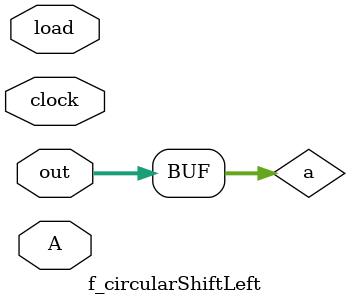
<source format=v>
`timescale 1ns / 1ps
module f_circularShiftLeft(input [3:0] A,input clock,input load,input [3:0] out);
reg [3:0] a;
reg temp;
always @(posedge clock)
   begin
   if(load) a <=A;
   else
        begin 
        temp = a[3];
        a[3]<=a[2];
        a[2]<=a[1];
        a[1]<=a[0];
        a[0]<=temp;
        end
        end
        assign out = a;
endmodule

</source>
